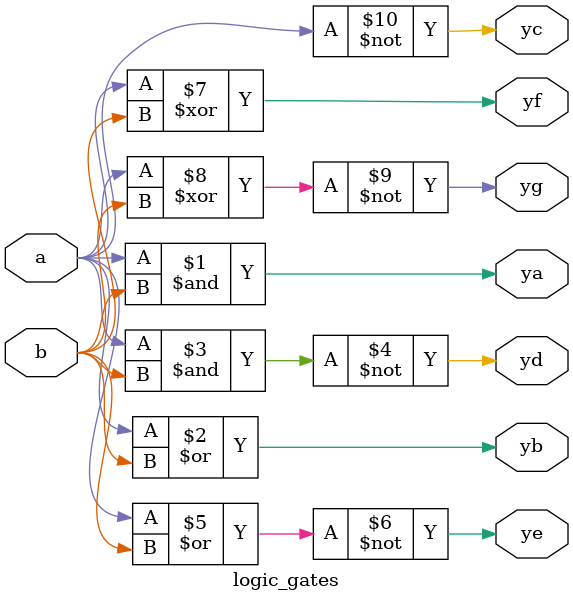
<source format=v>
module logic_gates(input a,b,
                output ya,yb,yc,yd,ye,yf,yg);
  and(ya,a,b);
  or(yb,a,b);
  not(yc,a);
  nand(yd,a,b);
  nor(ye,a,b);
  xor(yf,a,b);
  xnor(yg,a,b);
endmodule
  

</source>
